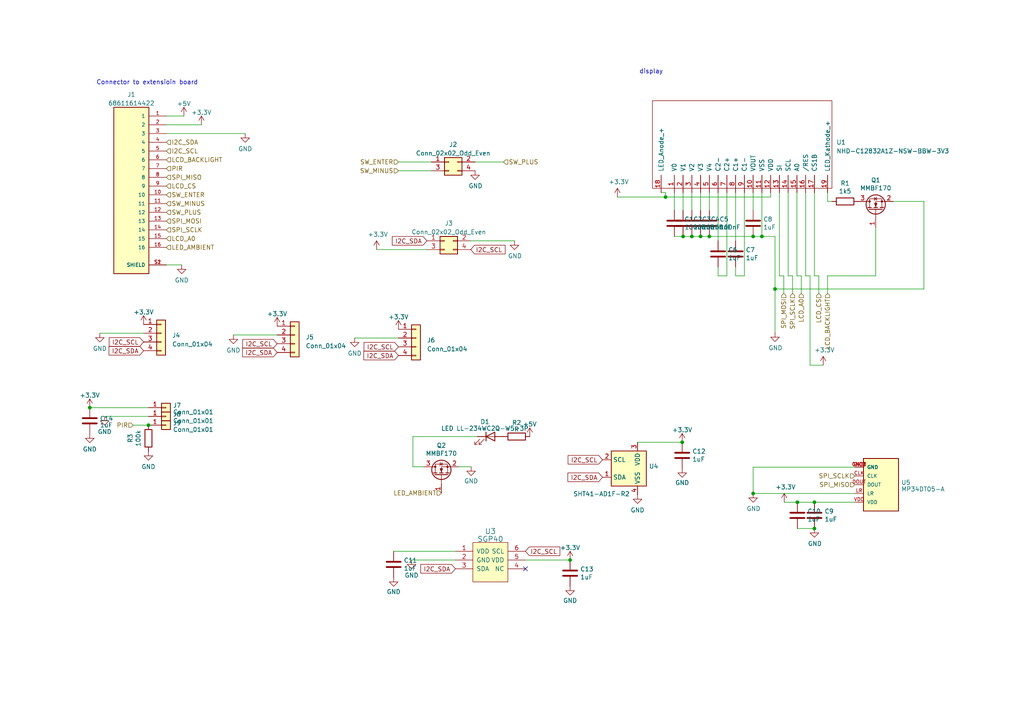
<source format=kicad_sch>
(kicad_sch (version 20231120) (generator "eeschema") (generator_version "8.0")
  (paper "A4")
  (lib_symbols
    (symbol "68611614422:68611614422" (pin_names (offset 1.016))
      (property "Reference" "J" (at -5.08 24.13 0))
      (property "Value" "68611614422" (at -5.08 -27.94 0))
      (symbol "68611614422_0_0"
        (rectangle (start -5.08 -25.4) (end 5.08 22.86) (stroke (width 0.254)) (fill (type background)))
        (pin passive line (at -10.16 20.32 0) (length 5.08) (name "1") (number "1"))
        (pin passive line (at -10.16 -2.54 0) (length 5.08) (name "10") (number "10"))
        (pin passive line (at -10.16 -5.08 0) (length 5.08) (name "11") (number "11"))
        (pin passive line (at -10.16 -7.62 0) (length 5.08) (name "12") (number "12"))
        (pin passive line (at -10.16 -10.16 0) (length 5.08) (name "13") (number "13"))
        (pin passive line (at -10.16 -12.7 0) (length 5.08) (name "14") (number "14"))
        (pin passive line (at -10.16 -15.24 0) (length 5.08) (name "15") (number "15"))
        (pin passive line (at -10.16 -17.78 0) (length 5.08) (name "16") (number "16"))
        (pin passive line (at -10.16 17.78 0) (length 5.08) (name "2") (number "2"))
        (pin passive line (at -10.16 15.24 0) (length 5.08) (name "3") (number "3"))
        (pin passive line (at -10.16 12.7 0) (length 5.08) (name "4") (number "4"))
        (pin passive line (at -10.16 10.16 0) (length 5.08) (name "5") (number "5"))
        (pin passive line (at -10.16 7.62 0) (length 5.08) (name "6") (number "6"))
        (pin passive line (at -10.16 5.08 0) (length 5.08) (name "7") (number "7"))
        (pin passive line (at -10.16 2.54 0) (length 5.08) (name "8") (number "8"))
        (pin passive line (at -10.16 0 0) (length 5.08) (name "9") (number "9"))
        (pin passive line (at -10.16 -22.86 0) (length 5.08) (name "SHIELD") (number "S1"))
        (pin passive line (at -10.16 -22.86 0) (length 5.08) (name "SHIELD") (number "S2"))
      )
    )
    (symbol "Connector_Generic:Conn_01x01" (pin_names (offset 1.016) hide)
      (property "Reference" "J" (at 0 2.54 0))
      (property "Value" "Conn_01x01" (at 0 -2.54 0))
      (symbol "Conn_01x01_1_1"
        (rectangle (start -1.27 0.127) (end 0 -0.127) (stroke (width 0.1524)))
        (rectangle (start -1.27 1.27) (end 1.27 -1.27) (stroke (width 0.254)) (fill (type background)))
        (pin passive line (at -5.08 0 0) (length 3.81) (name "Pin_1") (number "1"))
      )
    )
    (symbol "Connector_Generic:Conn_01x04" (pin_names (offset 1.016) hide)
      (property "Reference" "J" (at 0 5.08 0))
      (property "Value" "Conn_01x04" (at 0 -7.62 0))
      (symbol "Conn_01x04_1_1"
        (rectangle (start -1.27 -4.953) (end 0 -5.207) (stroke (width 0.1524)))
        (rectangle (start -1.27 -2.413) (end 0 -2.667) (stroke (width 0.1524)))
        (rectangle (start -1.27 0.127) (end 0 -0.127) (stroke (width 0.1524)))
        (rectangle (start -1.27 2.667) (end 0 2.413) (stroke (width 0.1524)))
        (rectangle (start -1.27 3.81) (end 1.27 -6.35) (stroke (width 0.254)) (fill (type background)))
        (pin passive line (at -5.08 2.54 0) (length 3.81) (name "Pin_1") (number "1"))
        (pin passive line (at -5.08 0 0) (length 3.81) (name "Pin_2") (number "2"))
        (pin passive line (at -5.08 -2.54 0) (length 3.81) (name "Pin_3") (number "3"))
        (pin passive line (at -5.08 -5.08 0) (length 3.81) (name "Pin_4") (number "4"))
      )
    )
    (symbol "Connector_Generic:Conn_02x02_Odd_Even" (pin_names (offset 1.016) hide)
      (property "Reference" "J" (at 1.27 2.54 0))
      (property "Value" "Conn_02x02_Odd_Even" (at 1.27 -5.08 0))
      (symbol "Conn_02x02_Odd_Even_1_1"
        (rectangle (start -1.27 -2.413) (end 0 -2.667) (stroke (width 0.1524)))
        (rectangle (start -1.27 0.127) (end 0 -0.127) (stroke (width 0.1524)))
        (rectangle (start -1.27 1.27) (end 3.81 -3.81) (stroke (width 0.254)) (fill (type background)))
        (rectangle (start 3.81 -2.413) (end 2.54 -2.667) (stroke (width 0.1524)))
        (rectangle (start 3.81 0.127) (end 2.54 -0.127) (stroke (width 0.1524)))
        (pin passive line (at -5.08 0 0) (length 3.81) (name "Pin_1") (number "1"))
        (pin passive line (at 7.62 0 180) (length 3.81) (name "Pin_2") (number "2"))
        (pin passive line (at -5.08 -2.54 0) (length 3.81) (name "Pin_3") (number "3"))
        (pin passive line (at 7.62 -2.54 180) (length 3.81) (name "Pin_4") (number "4"))
      )
    )
    (symbol "Device:C" (pin_numbers hide) (pin_names (offset 0.254))
      (property "Reference" "C" (at 0.635 2.54 0))
      (property "Value" "C" (at 0.635 -2.54 0))
      (symbol "C_0_1"
        (polyline (pts (xy -2.032 -0.762) (xy 2.032 -0.762)) (stroke (width 0.508)))
        (polyline (pts (xy -2.032 0.762) (xy 2.032 0.762)) (stroke (width 0.508)))
      )
      (symbol "C_1_1"
        (pin passive line (at 0 3.81 270) (length 2.794) (name "~") (number "1"))
        (pin passive line (at 0 -3.81 90) (length 2.794) (name "~") (number "2"))
      )
    )
    (symbol "Device:LED" (pin_numbers hide) (pin_names (offset 1.016) hide)
      (property "Reference" "D" (at 0 2.54 0))
      (property "Value" "LED" (at 0 -2.54 0))
      (symbol "LED_0_1"
        (polyline (pts (xy -1.27 -1.27) (xy -1.27 1.27)) (stroke (width 0.254)))
        (polyline (pts (xy -1.27 0) (xy 1.27 0)))
        (polyline (pts (xy 1.27 -1.27) (xy 1.27 1.27) (xy -1.27 0) (xy 1.27 -1.27)) (stroke (width 0.254)))
        (polyline (pts (xy -3.048 -0.762) (xy -4.572 -2.286) (xy -3.81 -2.286) (xy -4.572 -2.286) (xy -4.572 -1.524)))
        (polyline (pts (xy -1.778 -0.762) (xy -3.302 -2.286) (xy -2.54 -2.286) (xy -3.302 -2.286) (xy -3.302 -1.524)))
      )
      (symbol "LED_1_1"
        (pin passive line (at -3.81 0 0) (length 2.54) (name "K") (number "1"))
        (pin passive line (at 3.81 0 180) (length 2.54) (name "A") (number "2"))
      )
    )
    (symbol "Device:R" (pin_numbers hide) (pin_names (offset 0))
      (property "Reference" "R" (at 2.032 0 90))
      (property "Value" "R" (at 0 0 90))
      (symbol "R_0_1"
        (rectangle (start -1.016 -2.54) (end 1.016 2.54) (stroke (width 0.254)))
      )
      (symbol "R_1_1"
        (pin passive line (at 0 3.81 270) (length 1.27) (name "~") (number "1"))
        (pin passive line (at 0 -3.81 90) (length 1.27) (name "~") (number "2"))
      )
    )
    (symbol "MP34DT05-A:MP34DT05-A" (pin_names (offset 1.016))
      (property "Reference" "U" (at 0 0 0))
      (property "Value" "MP34DT05-A" (at 0 0 0))
      (symbol "MP34DT05-A_0_0"
        (rectangle (start -5.08 -7.62) (end 5.08 7.62) (stroke (width 0.254)) (fill (type background)))
        (pin bidirectional line (at -7.62 2.54 0) (length 2.54) (name "CLK") (number "CLK"))
        (pin bidirectional line (at -7.62 0 0) (length 2.54) (name "DOUT") (number "DOUT"))
        (pin bidirectional line (at -7.62 5.08 0) (length 2.54) (name "GND") (number "GND"))
        (pin bidirectional line (at -7.62 5.08 0) (length 2.54) (name "GND") (number "GND1"))
        (pin bidirectional line (at -7.62 5.08 0) (length 2.54) (name "GND") (number "GND2"))
        (pin bidirectional line (at -7.62 5.08 0) (length 2.54) (name "GND") (number "GND3"))
        (pin bidirectional line (at -7.62 -2.54 0) (length 2.54) (name "LR") (number "LR"))
        (pin bidirectional line (at -7.62 -5.08 0) (length 2.54) (name "VDD") (number "VDD"))
      )
    )
    (symbol "MyLibrary:NHD-C12832A1Z-NSW-BBW-3V3" (pin_names (offset 1.016))
      (property "Reference" "U" (at -17.78 -1.27 0))
      (property "Value" "NHD-C12832A1Z-NSW-BBW-3V3" (at 7.62 12.7 0))
      (symbol "NHD-C12832A1Z-NSW-BBW-3V3_0_1"
        (rectangle (start -16.51 11.43) (end 35.56 -13.97))
      )
      (symbol "NHD-C12832A1Z-NSW-BBW-3V3_1_1"
        (pin input line (at -10.16 -15.24 90) (length 5.08) (name "V0") (number "1"))
        (pin input line (at 12.7 -15.24 90) (length 5.08) (name "VOUT") (number "10"))
        (pin input line (at 15.24 -15.24 90) (length 5.08) (name "VSS") (number "11"))
        (pin input line (at 17.78 -15.24 90) (length 5.08) (name "VDD") (number "12"))
        (pin input line (at 20.32 -15.24 90) (length 5.08) (name "SI") (number "13"))
        (pin input line (at 22.86 -15.24 90) (length 5.08) (name "SCL") (number "14"))
        (pin input line (at 25.4 -15.24 90) (length 5.08) (name "A0") (number "15"))
        (pin input line (at 27.94 -15.24 90) (length 5.08) (name "/RES") (number "16"))
        (pin input line (at 30.48 -15.24 90) (length 5.08) (name "CS1B") (number "17"))
        (pin input line (at -13.97 -15.24 90) (length 5.08) (name "LED_Anode_+") (number "18"))
        (pin input line (at 34.29 -15.24 90) (length 5.08) (name "LED_Kathode_+") (number "19"))
        (pin input line (at -7.62 -15.24 90) (length 5.08) (name "V1") (number "2"))
        (pin input line (at -5.08 -15.24 90) (length 5.08) (name "V2") (number "3"))
        (pin input line (at -2.54 -15.24 90) (length 5.08) (name "V3") (number "4"))
        (pin input line (at 0 -15.24 90) (length 5.08) (name "V4") (number "5"))
        (pin input line (at 2.54 -15.24 90) (length 5.08) (name "C2-") (number "6"))
        (pin input line (at 5.08 -15.24 90) (length 5.08) (name "C2+") (number "7"))
        (pin input line (at 7.62 -15.24 90) (length 5.08) (name "C1+") (number "8"))
        (pin input line (at 10.16 -15.24 90) (length 5.08) (name "C1-") (number "9"))
      )
    )
    (symbol "Sensor_Humidity:SHT4x"
      (property "Reference" "U" (at 0 8.89 0))
      (property "Value" "SHT4x" (at 0 6.35 0))
      (symbol "SHT4x_1_1"
        (rectangle (start -5.08 5.08) (end 5.08 -5.08) (stroke (width 0.254)) (fill (type background)))
        (pin bidirectional line (at -7.62 -2.54 0) (length 2.54) (name "SDA") (number "1"))
        (pin input line (at -7.62 2.54 0) (length 2.54) (name "SCL") (number "2"))
        (pin power_in line (at 2.54 7.62 270) (length 2.54) (name "VDD") (number "3"))
        (pin power_in line (at 2.54 -7.62 90) (length 2.54) (name "VSS") (number "4"))
      )
    )
    (symbol "SensorsLib:SGP40" (pin_names (offset 1.016))
      (property "Reference" "U" (at 0 7.62 0))
      (property "Value" "SGP40" (at 0 -6.35 0))
      (symbol "SGP40_0_1"
        (rectangle (start -5.08 6.35) (end 5.08 -5.08) (fill (type background)))
      )
      (symbol "SGP40_1_1"
        (pin input line (at -10.16 3.81 0) (length 5.08) (name "VDD") (number "1"))
        (pin input line (at -10.16 1.27 0) (length 5.08) (name "GND") (number "2"))
        (pin input line (at -10.16 -1.27 0) (length 5.08) (name "SDA") (number "3"))
        (pin input line (at 10.16 -1.27 180) (length 5.08) (name "NC") (number "4"))
        (pin input line (at 10.16 1.27 180) (length 5.08) (name "VDD") (number "5"))
        (pin input line (at 10.16 3.81 180) (length 5.08) (name "SCL") (number "6"))
      )
    )
    (symbol "Transistor_FET:MMBF170" (pin_names hide)
      (property "Reference" "Q" (at 5.08 1.905 0))
      (property "Value" "MMBF170" (at 5.08 0 0))
      (symbol "MMBF170_0_1"
        (polyline (pts (xy 0.254 0) (xy -2.54 0)))
        (polyline (pts (xy 0.254 1.905) (xy 0.254 -1.905)) (stroke (width 0.254)))
        (polyline (pts (xy 0.762 -1.27) (xy 0.762 -2.286)) (stroke (width 0.254)))
        (polyline (pts (xy 0.762 0.508) (xy 0.762 -0.508)) (stroke (width 0.254)))
        (polyline (pts (xy 0.762 2.286) (xy 0.762 1.27)) (stroke (width 0.254)))
        (polyline (pts (xy 2.54 2.54) (xy 2.54 1.778)))
        (polyline (pts (xy 2.54 -2.54) (xy 2.54 0) (xy 0.762 0)))
        (polyline (pts (xy 0.762 -1.778) (xy 3.302 -1.778) (xy 3.302 1.778) (xy 0.762 1.778)))
        (polyline (pts (xy 1.016 0) (xy 2.032 0.381) (xy 2.032 -0.381) (xy 1.016 0)) (fill (type outline)))
        (polyline (pts (xy 2.794 0.508) (xy 2.921 0.381) (xy 3.683 0.381) (xy 3.81 0.254)))
        (polyline (pts (xy 3.302 0.381) (xy 2.921 -0.254) (xy 3.683 -0.254) (xy 3.302 0.381)))
        (circle (center 1.651 0) (radius 2.794) (stroke (width 0.254)))
        (circle (center 2.54 -1.778) (radius 0.254) (fill (type outline)))
        (circle (center 2.54 1.778) (radius 0.254) (fill (type outline)))
      )
      (symbol "MMBF170_1_1"
        (pin input line (at -5.08 0 0) (length 2.54) (name "G") (number "1"))
        (pin passive line (at 2.54 -5.08 90) (length 2.54) (name "S") (number "2"))
        (pin passive line (at 2.54 5.08 270) (length 2.54) (name "D") (number "3"))
      )
    )
    (symbol "power:+3.3V" (power) (pin_names (offset 0))
      (property "Value" "+3.3V" (at 0 3.556 0))
      (symbol "+3.3V_0_1"
        (polyline (pts (xy -0.762 1.27) (xy 0 2.54)))
        (polyline (pts (xy 0 0) (xy 0 2.54)))
        (polyline (pts (xy 0 2.54) (xy 0.762 1.27)))
      )
      (symbol "+3.3V_1_1"
        (pin power_in line (at 0 0 90) (length 0) hide (name "+3.3V") (number "1"))
      )
    )
    (symbol "power:+5V" (power) (pin_names (offset 0))
      (property "Value" "+5V" (at 0 3.556 0))
      (symbol "+5V_0_1"
        (polyline (pts (xy -0.762 1.27) (xy 0 2.54)))
        (polyline (pts (xy 0 0) (xy 0 2.54)))
        (polyline (pts (xy 0 2.54) (xy 0.762 1.27)))
      )
      (symbol "+5V_1_1"
        (pin power_in line (at 0 0 90) (length 0) hide (name "+5V") (number "1"))
      )
    )
    (symbol "power:GND" (power) (pin_names (offset 0))
      (property "Value" "GND" (at 0 -3.81 0))
      (symbol "GND_0_1"
        (polyline (pts (xy 0 0) (xy 0 -1.27) (xy 1.27 -1.27) (xy 0 -2.54) (xy -1.27 -1.27) (xy 0 -1.27)))
      )
      (symbol "GND_1_1"
        (pin power_in line (at 0 0 270) (length 0) hide (name "GND") (number "1"))
      )
    )
  )
  (junction (at 165.354 162.433))
  (junction (at 203.2 68.58))
  (junction (at 218.44 68.58))
  (junction (at 26.035 118.237))
  (junction (at 193.04 57.15))
  (junction (at 43.053 123.317))
  (junction (at 224.79 83.82))
  (junction (at 236.22 153.289))
  (junction (at 218.44 143.129))
  (junction (at 200.66 68.58))
  (junction (at 231.267 145.669))
  (junction (at 220.98 68.58))
  (junction (at 236.22 145.669))
  (junction (at 197.866 128.27))
  (junction (at 205.74 68.58))
  (junction (at 198.12 68.58))
  (no_connect (at 152.4 164.973))
  (wire (pts (xy 38.608 123.317) (xy 43.053 123.317)))
  (wire (pts (xy 234.95 105.918) (xy 238.76 105.918)))
  (wire (pts (xy 205.74 55.88) (xy 205.74 60.96)))
  (wire (pts (xy 223.52 55.88) (xy 223.52 57.15)))
  (wire (pts (xy 254 80.01) (xy 240.03 80.01)))
  (wire (pts (xy 137.795 46.99) (xy 146.05 46.99)))
  (wire (pts (xy 241.3 58.42) (xy 240.03 58.42)))
  (wire (pts (xy 122.936 135.382) (xy 119.761 135.382)))
  (wire (pts (xy 237.49 80.01) (xy 237.49 85.09)))
  (wire (pts (xy 208.28 80.01) (xy 210.82 80.01)))
  (wire (pts (xy 152.4 162.433) (xy 165.354 162.433)))
  (wire (pts (xy 198.12 68.58) (xy 200.66 68.58)))
  (wire (pts (xy 231.14 55.88) (xy 231.14 80.01)))
  (wire (pts (xy 213.36 55.88) (xy 213.36 69.85)))
  (wire (pts (xy 28.956 96.647) (xy 41.656 96.647)))
  (wire (pts (xy 254 66.04) (xy 254 80.01)))
  (wire (pts (xy 48.26 33.655) (xy 53.34 33.655)))
  (wire (pts (xy 195.58 55.88) (xy 195.58 60.96)))
  (wire (pts (xy 218.44 68.58) (xy 220.98 68.58)))
  (wire (pts (xy 184.912 128.27) (xy 197.866 128.27)))
  (wire (pts (xy 236.22 145.669) (xy 247.904 145.669)))
  (wire (pts (xy 227.457 145.669) (xy 231.267 145.669)))
  (wire (pts (xy 227.33 80.01) (xy 227.33 85.09)))
  (wire (pts (xy 119.761 126.619) (xy 138.43 126.619)))
  (wire (pts (xy 233.68 80.01) (xy 234.95 80.01)))
  (wire (pts (xy 231.267 145.669) (xy 236.22 145.669)))
  (wire (pts (xy 203.2 68.58) (xy 205.74 68.58)))
  (wire (pts (xy 115.57 49.53) (xy 125.095 49.53)))
  (wire (pts (xy 198.12 55.88) (xy 198.12 60.96)))
  (wire (pts (xy 114.173 159.893) (xy 132.08 159.893)))
  (wire (pts (xy 231.14 80.01) (xy 232.41 80.01)))
  (wire (pts (xy 267.97 83.82) (xy 224.79 83.82)))
  (wire (pts (xy 240.03 55.88) (xy 240.03 58.42)))
  (wire (pts (xy 205.74 68.58) (xy 218.44 68.58)))
  (wire (pts (xy 226.06 55.88) (xy 226.06 80.01)))
  (wire (pts (xy 218.44 143.129) (xy 247.904 143.129)))
  (wire (pts (xy 224.79 68.58) (xy 224.79 83.82)))
  (wire (pts (xy 48.26 36.195) (xy 58.42 36.195)))
  (wire (pts (xy 208.28 77.47) (xy 208.28 80.01)))
  (wire (pts (xy 203.2 55.88) (xy 203.2 60.96)))
  (wire (pts (xy 220.98 55.88) (xy 220.98 68.58)))
  (wire (pts (xy 234.95 80.01) (xy 234.95 105.918)))
  (wire (pts (xy 233.68 55.88) (xy 233.68 80.01)))
  (wire (pts (xy 218.44 55.88) (xy 218.44 60.96)))
  (wire (pts (xy 226.06 80.01) (xy 227.33 80.01)))
  (wire (pts (xy 109.22 72.39) (xy 123.825 72.39)))
  (wire (pts (xy 193.04 55.88) (xy 193.04 57.15)))
  (wire (pts (xy 232.41 80.01) (xy 232.41 85.09)))
  (wire (pts (xy 228.6 80.01) (xy 229.87 80.01)))
  (wire (pts (xy 220.98 68.58) (xy 224.79 68.58)))
  (wire (pts (xy 119.38 162.433) (xy 132.08 162.433)))
  (wire (pts (xy 228.6 55.88) (xy 228.6 80.01)))
  (wire (pts (xy 210.82 80.01) (xy 210.82 55.88)))
  (wire (pts (xy 218.44 143.129) (xy 218.44 135.509)))
  (wire (pts (xy 213.36 80.01) (xy 215.9 80.01)))
  (wire (pts (xy 267.97 58.42) (xy 267.97 83.82)))
  (wire (pts (xy 236.22 80.01) (xy 237.49 80.01)))
  (wire (pts (xy 229.87 80.01) (xy 229.87 85.09)))
  (wire (pts (xy 240.03 80.01) (xy 240.03 85.09)))
  (wire (pts (xy 48.26 38.735) (xy 71.12 38.735)))
  (wire (pts (xy 208.28 55.88) (xy 208.28 69.85)))
  (wire (pts (xy 102.87 98.044) (xy 115.57 98.044)))
  (wire (pts (xy 259.08 58.42) (xy 267.97 58.42)))
  (wire (pts (xy 213.36 77.47) (xy 213.36 80.01)))
  (wire (pts (xy 48.26 76.835) (xy 52.705 76.835)))
  (wire (pts (xy 218.44 135.509) (xy 247.904 135.509)))
  (wire (pts (xy 223.52 57.15) (xy 193.04 57.15)))
  (wire (pts (xy 195.58 68.58) (xy 198.12 68.58)))
  (wire (pts (xy 193.04 57.15) (xy 179.07 57.15)))
  (wire (pts (xy 215.9 80.01) (xy 215.9 55.88)))
  (wire (pts (xy 200.66 68.58) (xy 203.2 68.58)))
  (wire (pts (xy 231.267 153.289) (xy 236.22 153.289)))
  (wire (pts (xy 133.096 135.382) (xy 136.652 135.382)))
  (wire (pts (xy 193.04 55.88) (xy 191.77 55.88)))
  (wire (pts (xy 236.22 55.88) (xy 236.22 80.01)))
  (wire (pts (xy 200.66 55.88) (xy 200.66 60.96)))
  (wire (pts (xy 26.035 118.237) (xy 43.053 118.237)))
  (wire (pts (xy 119.761 135.382) (xy 119.761 126.619)))
  (wire (pts (xy 224.79 83.82) (xy 224.79 96.52)))
  (wire (pts (xy 115.57 46.99) (xy 125.095 46.99)))
  (wire (pts (xy 136.525 69.85) (xy 149.225 69.85)))
  (wire (pts (xy 30.353 120.777) (xy 43.053 120.777)))
  (wire (pts (xy 67.691 97.155) (xy 80.391 97.155)))
  (text "display" (at 185.42 21.59 0) (effects (font (size 1.27 1.27)) (justify left bottom)))
  (text "Connector to extensioin board" (at 27.94 24.765 0) (effects (font (size 1.27 1.27)) (justify left bottom)))
  (global_label "I2C_SDA" (shape input) (at 123.825 69.85 180) (property "Intersheetrefs" "${INTERSHEET_REFS}" (effects (hide yes))))
  (global_label "I2C_SDA" (shape input) (at 80.391 102.235 180) (property "Intersheetrefs" "${INTERSHEET_REFS}" (effects (hide yes))))
  (global_label "I2C_SDA" (shape input) (at 132.08 164.973 180) (property "Intersheetrefs" "${INTERSHEET_REFS}" (effects (hide yes))))
  (global_label "I2C_SCL" (shape input) (at 80.391 99.695 180) (property "Intersheetrefs" "${INTERSHEET_REFS}" (effects (hide yes))))
  (global_label "I2C_SCL" (shape input) (at 174.752 133.35 180) (property "Intersheetrefs" "${INTERSHEET_REFS}" (effects (hide yes))))
  (global_label "I2C_SDA" (shape input) (at 174.752 138.43 180) (property "Intersheetrefs" "${INTERSHEET_REFS}" (effects (hide yes))))
  (global_label "I2C_SCL" (shape input) (at 115.57 100.584 180) (property "Intersheetrefs" "${INTERSHEET_REFS}" (effects (hide yes))))
  (global_label "I2C_SCL" (shape input) (at 41.656 99.187 180) (property "Intersheetrefs" "${INTERSHEET_REFS}" (effects (hide yes))))
  (global_label "I2C_SCL" (shape input) (at 136.525 72.39 0) (property "Intersheetrefs" "${INTERSHEET_REFS}" (effects (hide yes))))
  (global_label "I2C_SDA" (shape input) (at 41.656 101.727 180) (property "Intersheetrefs" "${INTERSHEET_REFS}" (effects (hide yes))))
  (global_label "I2C_SDA" (shape input) (at 115.57 103.124 180) (property "Intersheetrefs" "${INTERSHEET_REFS}" (effects (hide yes))))
  (global_label "I2C_SCL" (shape input) (at 152.4 159.893 0) (property "Intersheetrefs" "${INTERSHEET_REFS}" (effects (hide yes))))
  (hierarchical_label "SPI_MISO" (shape input) (at 247.904 140.589 180))
  (hierarchical_label "SPI_SCLK" (shape input) (at 247.904 138.049 180))
  (hierarchical_label "LCD_A0" (shape input) (at 232.41 85.09 270))
  (hierarchical_label "LED_AMBIENT" (shape input) (at 128.016 143.002 180))
  (hierarchical_label "I2C_SCL" (shape input) (at 48.26 43.815 0))
  (hierarchical_label "LCD_CS" (shape input) (at 48.26 53.975 0))
  (hierarchical_label "SPI_MISO" (shape input) (at 48.26 51.435 0))
  (hierarchical_label "PIR" (shape input) (at 38.608 123.317 180))
  (hierarchical_label "SW_ENTER" (shape input) (at 115.57 46.99 180))
  (hierarchical_label "I2C_SDA" (shape input) (at 48.26 41.275 0))
  (hierarchical_label "LCD_CS" (shape input) (at 237.49 85.09 270))
  (hierarchical_label "LED_AMBIENT" (shape input) (at 48.26 71.755 0))
  (hierarchical_label "SW_MINUS" (shape input) (at 48.26 59.055 0))
  (hierarchical_label "SPI_SCLK" (shape input) (at 48.26 66.675 0))
  (hierarchical_label "SW_MINUS" (shape input) (at 115.57 49.53 180))
  (hierarchical_label "LCD_BACKLIGHT" (shape input) (at 240.03 85.09 270))
  (hierarchical_label "SW_PLUS" (shape input) (at 48.26 61.595 0))
  (hierarchical_label "PIR" (shape input) (at 48.26 48.895 0))
  (hierarchical_label "SW_PLUS" (shape input) (at 146.05 46.99 0))
  (hierarchical_label "SW_ENTER" (shape input) (at 48.26 56.515 0))
  (hierarchical_label "LCD_BACKLIGHT" (shape input) (at 48.26 46.355 0))
  (hierarchical_label "SPI_MOSI" (shape input) (at 48.26 64.135 0))
  (hierarchical_label "LCD_A0" (shape input) (at 48.26 69.215 0))
  (hierarchical_label "SPI_SCLK" (shape input) (at 229.87 85.09 270))
  (hierarchical_label "SPI_MOSI" (shape input) (at 227.33 85.09 270))
  (symbol (lib_id "Device:C") (at 195.58 64.77 0) (unit 1)
    (property "Reference" "C1" (at 198.501 63.6016 0) (effects (justify left)))
    (property "Value" "100nF" (at 198.501 65.913 0) (effects (justify left)))
    (property "Footprint" "Capacitor_SMD:C_0805_2012Metric" (effects (hide yes)))
  )
  (symbol (lib_id "Device:C") (at 198.12 64.77 0) (unit 1)
    (property "Reference" "C2" (at 201.041 63.6016 0) (effects (justify left)))
    (property "Value" "100nF" (at 201.041 65.913 0) (effects (justify left)))
    (property "Footprint" "Capacitor_SMD:C_0805_2012Metric" (effects (hide yes)))
  )
  (symbol (lib_id "Device:C") (at 200.66 64.77 0) (unit 1)
    (property "Reference" "C3" (at 203.581 63.6016 0) (effects (justify left)))
    (property "Value" "100nF" (at 203.581 65.913 0) (effects (justify left)))
    (property "Footprint" "Capacitor_SMD:C_0805_2012Metric" (effects (hide yes)))
  )
  (symbol (lib_id "Device:C") (at 203.2 64.77 0) (unit 1)
    (property "Reference" "C4" (at 206.121 63.6016 0) (effects (justify left)))
    (property "Value" "100nF" (at 206.121 65.913 0) (effects (justify left)))
    (property "Footprint" "Capacitor_SMD:C_0805_2012Metric" (effects (hide yes)))
  )
  (symbol (lib_id "Device:C") (at 208.28 73.66 0) (unit 1)
    (property "Reference" "C6" (at 211.201 72.4916 0) (effects (justify left)))
    (property "Value" "1uF" (at 211.201 74.803 0) (effects (justify left)))
    (property "Footprint" "Capacitor_SMD:C_0805_2012Metric" (effects (hide yes)))
  )
  (symbol (lib_id "Device:C") (at 213.36 73.66 0) (unit 1)
    (property "Reference" "C7" (at 216.281 72.4916 0) (effects (justify left)))
    (property "Value" "1uF" (at 216.281 74.803 0) (effects (justify left)))
    (property "Footprint" "Capacitor_SMD:C_0805_2012Metric" (effects (hide yes)))
  )
  (symbol (lib_id "Device:C") (at 218.44 64.77 0) (unit 1)
    (property "Reference" "C8" (at 221.361 63.6016 0) (effects (justify left)))
    (property "Value" "1uF" (at 221.361 65.913 0) (effects (justify left)))
    (property "Footprint" "Capacitor_SMD:C_0805_2012Metric" (effects (hide yes)))
  )
  (symbol (lib_id "Transistor_FET:MMBF170") (at 254 60.96 90) (unit 1)
    (property "Reference" "Q1" (at 254 52.2478 90))
    (property "Value" "MMBF170" (at 254 54.5592 90))
    (property "Footprint" "Package_TO_SOT_SMD:SOT-23" (effects (hide yes)))
    (property "Datasheet" "https://www.diodes.com/assets/Datasheets/ds30104.pdf" (effects (hide yes)))
  )
  (symbol (lib_id "Device:R") (at 245.11 58.42 270) (unit 1)
    (property "Reference" "R1" (at 245.11 53.1622 90))
    (property "Value" "1k5" (at 245.11 55.4736 90))
    (property "Footprint" "Resistor_SMD:R_0805_2012Metric" (effects (hide yes)))
  )
  (symbol (lib_id "Device:C") (at 205.74 64.77 0) (unit 1)
    (property "Reference" "C5" (at 208.661 63.6016 0) (effects (justify left)))
    (property "Value" "100nF" (at 208.661 65.913 0) (effects (justify left)))
    (property "Footprint" "Capacitor_SMD:C_0805_2012Metric" (effects (hide yes)))
  )
  (symbol (lib_id "power:+3.3V") (at 179.07 57.15 0) (unit 1)
    (property "Reference" "#PWR0102" (effects (hide yes)))
    (property "Value" "+3.3V" (at 179.451 52.7558 0))
  )
  (symbol (lib_id "power:GND") (at 224.79 96.52 0) (unit 1)
    (property "Reference" "#PWR0101" (effects (hide yes)))
    (property "Value" "GND" (at 224.917 100.9142 0))
  )
  (symbol (lib_id "Connector_Generic:Conn_02x02_Odd_Even") (at 128.905 69.85 0) (unit 1)
    (property "Reference" "J3" (at 130.175 64.77 0))
    (property "Value" "Conn_02x02_Odd_Even" (at 130.175 67.31 0))
    (property "Footprint" "Connector_PinSocket_2.54mm:PinSocket_2x02_P2.54mm_Vertical" (effects (hide yes)))
  )
  (symbol (lib_id "Connector_Generic:Conn_01x04") (at 120.65 98.044 0) (unit 1)
    (property "Reference" "J6" (at 123.825 98.679 0) (effects (justify left)))
    (property "Value" "Conn_01x04" (at 123.825 101.219 0) (effects (justify left)))
    (property "Footprint" "Connector_PinSocket_2.54mm:PinSocket_1x04_P2.54mm_Vertical" (effects (hide yes)))
  )
  (symbol (lib_id "power:GND") (at 102.87 98.044 0) (unit 1)
    (property "Reference" "#PWR029" (effects (hide yes)))
    (property "Value" "GND" (at 102.87 102.4874 0))
  )
  (symbol (lib_id "Connector_Generic:Conn_01x01") (at 48.133 123.317 0) (unit 1)
    (property "Reference" "J9" (at 50.165 122.6733 0) (effects (justify left)))
    (property "Value" "Conn_01x01" (at 50.165 124.5943 0) (effects (justify left)))
    (property "Footprint" "Connector_PinHeader_2.54mm:PinHeader_1x01_P2.54mm_Vertical" (effects (hide yes)))
  )
  (symbol (lib_id "power:+3.3V") (at 197.866 128.27 0) (unit 1)
    (property "Reference" "#PWR020" (effects (hide yes)))
    (property "Value" "+3.3V" (at 197.866 124.6942 0))
  )
  (symbol (lib_id "Connector_Generic:Conn_01x04") (at 46.736 96.647 0) (unit 1)
    (property "Reference" "J4" (at 49.911 97.282 0) (effects (justify left)))
    (property "Value" "Conn_01x04" (at 49.911 99.822 0) (effects (justify left)))
    (property "Footprint" "Connector_PinSocket_2.54mm:PinSocket_1x04_P2.54mm_Vertical" (effects (hide yes)))
  )
  (symbol (lib_id "Device:C") (at 197.866 132.08 0) (unit 1)
    (property "Reference" "C12" (at 200.787 130.9116 0) (effects (justify left)))
    (property "Value" "1uF" (at 200.787 133.223 0) (effects (justify left)))
    (property "Footprint" "Capacitor_SMD:C_0805_2012Metric" (effects (hide yes)))
  )
  (symbol (lib_id "power:+3.3V") (at 58.42 36.195 0) (unit 1)
    (property "Reference" "#PWR03" (effects (hide yes)))
    (property "Value" "+3.3V" (at 58.42 32.6192 0))
  )
  (symbol (lib_id "power:GND") (at 52.705 76.835 0) (unit 1)
    (property "Reference" "#PWR01" (effects (hide yes)))
    (property "Value" "GND" (at 52.705 81.2784 0))
  )
  (symbol (lib_id "Device:C") (at 236.22 149.479 0) (unit 1)
    (property "Reference" "C9" (at 239.141 148.3106 0) (effects (justify left)))
    (property "Value" "1uF" (at 239.141 150.622 0) (effects (justify left)))
    (property "Footprint" "Capacitor_SMD:C_0805_2012Metric" (effects (hide yes)))
  )
  (symbol (lib_id "power:GND") (at 71.12 38.735 0) (unit 1)
    (property "Reference" "#PWR04" (effects (hide yes)))
    (property "Value" "GND" (at 71.12 43.1784 0))
  )
  (symbol (lib_id "power:GND") (at 197.866 135.89 0) (unit 1)
    (property "Reference" "#PWR018" (effects (hide yes)))
    (property "Value" "GND" (at 197.866 140.0255 0))
  )
  (symbol (lib_id "power:GND") (at 28.956 96.647 0) (unit 1)
    (property "Reference" "#PWR09" (effects (hide yes)))
    (property "Value" "GND" (at 28.956 101.0904 0))
  )
  (symbol (lib_id "power:GND") (at 67.691 97.155 0) (unit 1)
    (property "Reference" "#PWR027" (effects (hide yes)))
    (property "Value" "GND" (at 67.691 101.5984 0))
  )
  (symbol (lib_id "power:+3.3V") (at 115.57 95.504 0) (unit 1)
    (property "Reference" "#PWR030" (effects (hide yes)))
    (property "Value" "+3.3V" (at 115.57 91.9282 0))
  )
  (symbol (lib_id "power:GND") (at 26.035 125.857 0) (unit 1)
    (property "Reference" "#PWR025" (effects (hide yes)))
    (property "Value" "GND" (at 26.035 130.3004 0))
  )
  (symbol (lib_id "Device:C") (at 26.035 122.047 0) (unit 1)
    (property "Reference" "C14" (at 28.956 121.4033 0) (effects (justify left)))
    (property "Value" "1uF" (at 28.956 123.3243 0) (effects (justify left)))
    (property "Footprint" "Capacitor_SMD:C_0805_2012Metric" (effects (hide yes)))
  )
  (symbol (lib_id "power:GND") (at 165.354 170.053 0) (unit 1)
    (property "Reference" "#PWR022" (effects (hide yes)))
    (property "Value" "GND" (at 165.354 174.1885 0))
  )
  (symbol (lib_id "power:+3.3V") (at 80.391 94.615 0) (unit 1)
    (property "Reference" "#PWR028" (effects (hide yes)))
    (property "Value" "+3.3V" (at 80.391 91.0392 0))
  )
  (symbol (lib_id "Connector_Generic:Conn_01x01") (at 48.133 118.237 0) (unit 1)
    (property "Reference" "J7" (at 50.165 117.5933 0) (effects (justify left)))
    (property "Value" "Conn_01x01" (at 50.165 119.5143 0) (effects (justify left)))
    (property "Footprint" "Connector_PinHeader_2.54mm:PinHeader_1x01_P2.54mm_Horizontal" (effects (hide yes)))
  )
  (symbol (lib_id "power:+3.3V") (at 26.035 118.237 0) (unit 1)
    (property "Reference" "#PWR016" (effects (hide yes)))
    (property "Value" "+3.3V" (at 26.035 114.6612 0))
  )
  (symbol (lib_id "power:+3.3V") (at 227.457 145.669 0) (unit 1)
    (property "Reference" "#PWR010" (effects (hide yes)))
    (property "Value" "+3.3V" (at 227.838 141.2748 0))
  )
  (symbol (lib_id "power:+3.3V") (at 165.354 162.433 0) (unit 1)
    (property "Reference" "#PWR021" (effects (hide yes)))
    (property "Value" "+3.3V" (at 165.354 158.8572 0))
  )
  (symbol (lib_id "power:+5V") (at 53.34 33.655 0) (unit 1)
    (property "Reference" "#PWR02" (effects (hide yes)))
    (property "Value" "+5V" (at 53.34 30.0792 0))
  )
  (symbol (lib_id "power:GND") (at 30.353 120.777 0) (unit 1)
    (property "Reference" "#PWR012" (effects (hide yes)))
    (property "Value" "GND" (at 30.353 125.2204 0))
  )
  (symbol (lib_id "power:GND") (at 114.173 167.513 0) (unit 1)
    (property "Reference" "#PWR019" (effects (hide yes)))
    (property "Value" "GND" (at 114.173 171.6485 0))
  )
  (symbol (lib_id "power:+5V") (at 153.67 126.619 0) (unit 1)
    (property "Reference" "#PWR023" (effects (hide yes)))
    (property "Value" "+5V" (at 153.67 123.0432 0))
  )
  (symbol (lib_id "power:GND") (at 137.795 49.53 0) (unit 1)
    (property "Reference" "#PWR07" (effects (hide yes)))
    (property "Value" "GND" (at 137.922 53.9242 0))
  )
  (symbol (lib_id "power:GND") (at 119.38 162.433 0) (unit 1)
    (property "Reference" "#PWR011" (effects (hide yes)))
    (property "Value" "GND" (at 119.38 166.8764 0))
  )
  (symbol (lib_id "power:+3.3V") (at 238.76 105.918 0) (unit 1)
    (property "Reference" "#PWR05" (effects (hide yes)))
    (property "Value" "+3.3V" (at 239.141 101.5238 0))
  )
  (symbol (lib_id "Connector_Generic:Conn_01x04") (at 85.471 97.155 0) (unit 1)
    (property "Reference" "J5" (at 88.646 97.79 0) (effects (justify left)))
    (property "Value" "Conn_01x04" (at 88.646 100.33 0) (effects (justify left)))
    (property "Footprint" "Connector_PinSocket_2.54mm:PinSocket_1x04_P2.54mm_Vertical" (effects (hide yes)))
  )
  (symbol (lib_id "Transistor_FET:MMBF170") (at 128.016 137.922 90) (unit 1)
    (property "Reference" "Q2" (at 128.016 129.2098 90))
    (property "Value" "MMBF170" (at 128.016 131.5212 90))
    (property "Footprint" "Package_TO_SOT_SMD:SOT-23" (effects (hide yes)))
    (property "Datasheet" "https://www.diodes.com/assets/Datasheets/ds30104.pdf" (effects (hide yes)))
  )
  (symbol (lib_id "power:GND") (at 43.053 130.937 0) (unit 1)
    (property "Reference" "#PWR024" (effects (hide yes)))
    (property "Value" "GND" (at 43.053 135.3804 0))
  )
  (symbol (lib_id "Device:C") (at 165.354 166.243 0) (unit 1)
    (property "Reference" "C13" (at 168.275 165.0746 0) (effects (justify left)))
    (property "Value" "1uF" (at 168.275 167.386 0) (effects (justify left)))
    (property "Footprint" "Capacitor_SMD:C_0805_2012Metric" (effects (hide yes)))
  )
  (symbol (lib_id "Device:R") (at 149.86 126.619 90) (unit 1)
    (property "Reference" "R2" (at 149.86 122.5931 90))
    (property "Value" "R" (at 149.86 124.5141 90))
    (property "Footprint" "Resistor_SMD:R_0805_2012Metric" (effects (hide yes)))
  )
  (symbol (lib_id "power:GND") (at 149.225 69.85 0) (unit 1)
    (property "Reference" "#PWR017" (effects (hide yes)))
    (property "Value" "GND" (at 149.352 74.2442 0))
  )
  (symbol (lib_id "Device:C") (at 114.173 163.703 0) (unit 1)
    (property "Reference" "C11" (at 117.094 162.5346 0) (effects (justify left)))
    (property "Value" "1uF" (at 117.094 164.846 0) (effects (justify left)))
    (property "Footprint" "Capacitor_SMD:C_0805_2012Metric" (effects (hide yes)))
  )
  (symbol (lib_id "68611614422:68611614422") (at 38.1 53.975 0) (mirror y) (unit 1)
    (property "Reference" "J1" (at 38.1 27.4152 0))
    (property "Value" "68611614422" (at 38.1 29.9521 0))
    (property "Footprint" "MyFootprint:WURTH_68611614422" (effects (hide yes)))
    (property "STANDARD" "Manufacturer Recommendations" (effects (hide yes)))
    (property "MAXIMUM_PACKAGE_HEIGHT" "3.15  mm" (effects (hide yes)))
    (property "PARTREV" "001.006" (effects (hide yes)))
    (property "MANUFACTURER" "Wurth Electronics" (effects (hide yes)))
  )
  (symbol (lib_id "power:GND") (at 236.22 153.289 0) (unit 1)
    (property "Reference" "#PWR06" (effects (hide yes)))
    (property "Value" "GND" (at 236.347 157.6832 0))
  )
  (symbol (lib_id "Connector_Generic:Conn_02x02_Odd_Even") (at 130.175 46.99 0) (unit 1)
    (property "Reference" "J2" (at 131.445 41.91 0))
    (property "Value" "Conn_02x02_Odd_Even" (at 131.445 44.45 0))
    (property "Footprint" "Connector_PinSocket_2.54mm:PinSocket_2x02_P2.54mm_Vertical" (effects (hide yes)))
  )
  (symbol (lib_id "Connector_Generic:Conn_01x01") (at 48.133 120.777 0) (unit 1)
    (property "Reference" "J8" (at 50.165 120.1333 0) (effects (justify left)))
    (property "Value" "Conn_01x01" (at 50.165 122.0543 0) (effects (justify left)))
    (property "Footprint" "Connector_PinHeader_2.54mm:PinHeader_1x01_P2.54mm_Vertical" (effects (hide yes)))
  )
  (symbol (lib_id "Device:C") (at 231.267 149.479 0) (unit 1)
    (property "Reference" "C10" (at 234.188 148.3106 0) (effects (justify left)))
    (property "Value" "1uF" (at 234.188 150.622 0) (effects (justify left)))
    (property "Footprint" "Capacitor_SMD:C_0805_2012Metric" (effects (hide yes)))
  )
  (symbol (lib_id "power:+3.3V") (at 109.22 72.39 0) (unit 1)
    (property "Reference" "#PWR014" (effects (hide yes)))
    (property "Value" "+3.3V" (at 109.601 67.9958 0))
  )
  (symbol (lib_id "Device:LED") (at 142.24 126.619 0) (unit 1)
    (property "Reference" "D1" (at 140.6525 122.3391 0))
    (property "Value" "LED LL-234WC2Q-W5-3P" (at 140.6525 124.2601 0))
    (property "Footprint" "Connector_PinSocket_2.54mm:PinSocket_1x02_P2.54mm_Horizontal" (effects (hide yes)))
  )
  (symbol (lib_id "power:GND") (at 136.652 135.382 0) (unit 1)
    (property "Reference" "#PWR026" (effects (hide yes)))
    (property "Value" "GND" (at 136.652 139.5175 0))
  )
  (symbol (lib_id "power:+3.3V") (at 41.656 94.107 0) (unit 1)
    (property "Reference" "#PWR08" (effects (hide yes)))
    (property "Value" "+3.3V" (at 41.656 90.5312 0))
  )
  (symbol (lib_id "Device:R") (at 43.053 127.127 0) (unit 1)
    (property "Reference" "R3" (at 37.7952 127.127 90))
    (property "Value" "100k" (at 40.1066 127.127 90))
    (property "Footprint" "Resistor_SMD:R_0805_2012Metric" (effects (hide yes)))
  )
  (symbol (lib_id "MP34DT05-A:MP34DT05-A") (at 255.524 140.589 0) (unit 1)
    (property "Reference" "U5" (at 261.366 139.9453 0) (effects (justify left)))
    (property "Value" "MP34DT05-A" (at 261.366 141.8663 0) (effects (justify left)))
    (property "Footprint" "MyFootprint:MIC-PACK" (effects (hide yes)))
    (property "Description" "\nMP34DT05-A MEMS Omnidirectional Microphones Audio Evaluation Board\n" (effects (hide yes)))
    (property "MF" "STMicroelectronics" (effects (hide yes)))
    (property "Package" "None" (effects (hide yes)))
    (property "Price" "None" (effects (hide yes)))
    (property "SnapEDA_Link" "https://www.snapeda.com/parts/MP34DT05-A/STMicroelectronics/view-part/?ref=snap" (effects (hide yes)))
    (property "MP" "MP34DT05-A" (effects (hide yes)))
    (property "Availability" "In Stock" (effects (hide yes)))
    (property "Check_prices" "https://www.snapeda.com/parts/MP34DT05-A/STMicroelectronics/view-part/?ref=eda" (effects (hide yes)))
  )
  (symbol (lib_id "power:GND") (at 184.912 143.51 0) (unit 1)
    (property "Reference" "#PWR015" (effects (hide yes)))
    (property "Value" "GND" (at 184.912 147.9534 0))
  )
  (symbol (lib_id "MyLibrary:NHD-C12832A1Z-NSW-BBW-3V3") (at 205.74 40.64 0) (unit 1)
    (property "Reference" "U1" (at 242.57 41.275 0) (effects (justify left)))
    (property "Value" "NHD-C12832A1Z-NSW-BBW-3V3" (at 242.57 43.815 0) (effects (justify left)))
    (property "Footprint" "MyFootprint:NHD-C12832A1Z" (effects (hide yes)))
  )
  (symbol (lib_id "SensorsLib:SGP40") (at 142.24 163.703 0) (unit 1)
    (property "Reference" "U3" (at 142.24 154.0969 0) (effects (font (size 1.524 1.524))))
    (property "Value" "SGP40" (at 142.24 156.3511 0) (effects (font (size 1.524 1.524))))
    (property "Footprint" "MyFootprint:SGP40" (effects (hide yes)))
  )
  (symbol (lib_id "power:GND") (at 218.44 143.129 0) (unit 1)
    (property "Reference" "#PWR013" (effects (hide yes)))
    (property "Value" "GND" (at 218.567 147.5232 0))
  )
  (symbol (lib_id "Sensor_Humidity:SHT4x") (at 182.372 135.89 0) (unit 1)
    (property "Reference" "U4" (at 188.214 135.2463 0) (effects (justify left)))
    (property "Value" "SHT41-AD1F-R2 " (at 166.243 143.256 0) (effects (justify left)))
    (property "Footprint" "Sensor_Humidity:Sensirion_DFN-4_1.5x1.5mm_P0.8mm_SHT4x_NoCentralPad" (effects (hide yes)))
    (property "Datasheet" "https://sensirion.com/media/documents/33FD6951/624C4357/Datasheet_SHT4x.pdf" (effects (hide yes)))
  )
)
</source>
